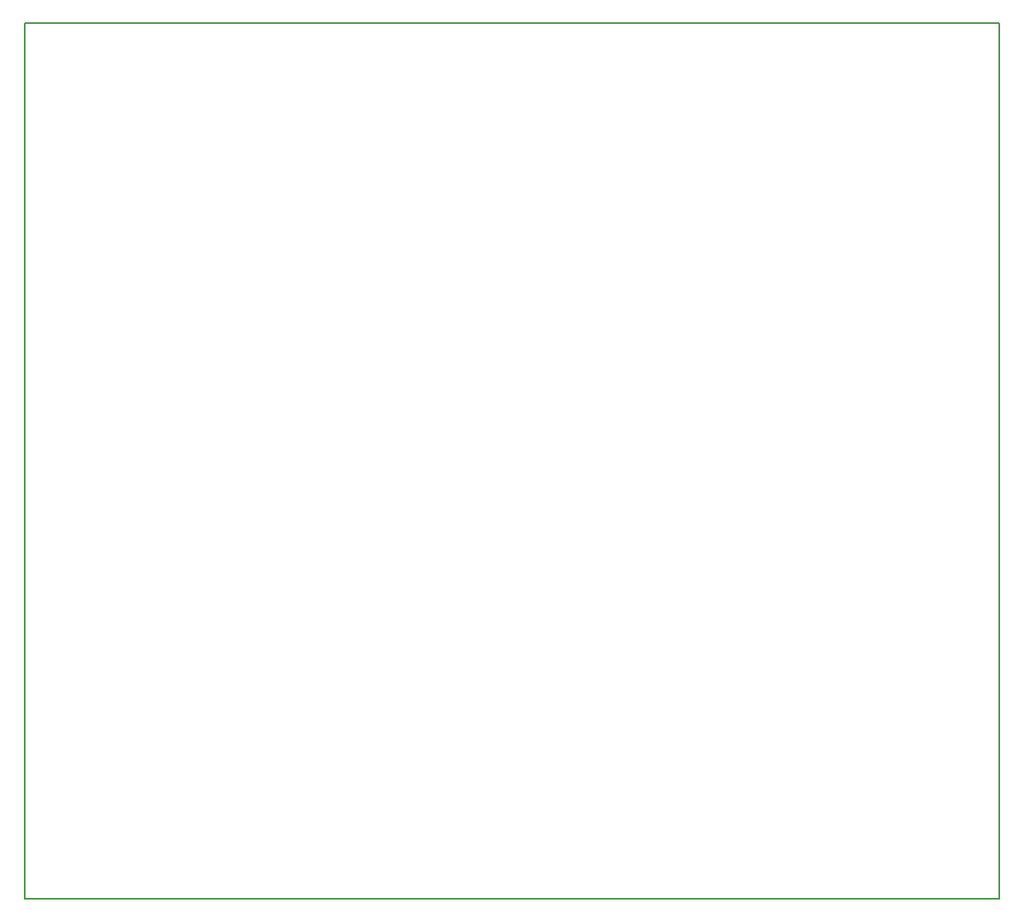
<source format=gbr>
G04 DipTrace 2.1.0.5*
%INBoardOutline.gbr*%
%MOIN*%
%ADD10C,0.0098*%
%ADD11C,0.0055*%
%ADD12C,0.003*%
%ADD13C,0.0173*%
%ADD14C,0.04*%
%ADD15C,0.017*%
%ADD16C,0.01*%
%ADD17C,0.013*%
%ADD18C,0.0236*%
%ADD19C,0.015*%
%ADD20C,0.08*%
%ADD21R,0.0709X0.0669*%
%ADD22R,0.06X0.056*%
%ADD23R,0.056X0.06*%
%ADD24R,0.02X0.1181*%
%ADD25R,0.0295X0.1772*%
%ADD26R,0.1181X0.02*%
%ADD27R,0.0512X0.0335*%
%ADD28R,0.0906X0.0906*%
%ADD29R,0.07X0.03*%
%ADD30O,0.07X0.03*%
%ADD31C,0.09*%
%ADD32R,0.0394X0.0984*%
%ADD33C,0.0187*%
%ADD34R,0.0709X0.0197*%
%ADD35R,0.0197X0.0709*%
%ADD36R,0.059X0.059*%
%ADD37C,0.059*%
%ADD38R,0.0961X0.0445*%
%ADD39R,0.06X0.06*%
%ADD40C,0.06*%
%ADD41R,0.118X0.217*%
%ADD42R,0.1024X0.0551*%
%ADD43R,0.032X0.032*%
%ADD44R,0.0512X0.0591*%
%ADD45C,0.065*%
%ADD46C,0.118*%
%ADD47C,0.059*%
%ADD48R,0.0866X0.0236*%
%ADD49R,0.0925X0.0236*%
%ADD50R,0.0768X0.0236*%
%ADD51R,0.0394X0.063*%
%ADD52R,0.2165X0.2126*%
%ADD53R,0.2165X0.0787*%
%ADD54C,0.0866*%
%ADD55R,0.0315X0.0591*%
%ADD56R,0.0315X0.0787*%
%ADD57C,0.03*%
%ADD58C,0.02*%
%ADD59C,0.126*%
%ADD60C,0.118*%
%ADD61C,0.05*%
%ADD62C,0.035*%
%ADD63C,0.063*%
%ADD64C,0.008*%
%ADD65C,0.038*%
%ADD66C,0.022*%
%ADD67C,0.048*%
%ADD68C,0.032*%
%ADD69R,0.0395X0.0868*%
%ADD70R,0.0235X0.0707*%
%ADD71R,0.0395X0.0671*%
%ADD72R,0.0235X0.051*%
%ADD73C,0.0946*%
%ADD74C,0.0786*%
%ADD75R,0.2246X0.0868*%
%ADD76R,0.2085X0.0707*%
%ADD77R,0.2246X0.2206*%
%ADD78R,0.2085X0.2046*%
%ADD79R,0.0474X0.071*%
%ADD80R,0.0313X0.055*%
%ADD81R,0.0848X0.0317*%
%ADD82R,0.0687X0.0156*%
%ADD83R,0.1006X0.0317*%
%ADD84R,0.0845X0.0156*%
%ADD85R,0.0946X0.0317*%
%ADD86R,0.0786X0.0156*%
%ADD87C,0.067*%
%ADD88C,0.051*%
%ADD89C,0.126*%
%ADD90C,0.11*%
%ADD91C,0.073*%
%ADD92C,0.057*%
%ADD93R,0.0592X0.0671*%
%ADD94R,0.0431X0.051*%
%ADD95R,0.04X0.04*%
%ADD96R,0.024X0.024*%
%ADD97R,0.1104X0.0631*%
%ADD98R,0.0943X0.0471*%
%ADD99R,0.126X0.225*%
%ADD100R,0.11X0.209*%
%ADD101C,0.068*%
%ADD102C,0.052*%
%ADD103R,0.068X0.068*%
%ADD104R,0.052X0.052*%
%ADD105R,0.1041X0.0525*%
%ADD106R,0.088X0.0365*%
%ADD107C,0.067*%
%ADD108C,0.051*%
%ADD109R,0.067X0.067*%
%ADD110R,0.051X0.051*%
%ADD111R,0.0277X0.0789*%
%ADD112R,0.0117X0.0628*%
%ADD113R,0.0789X0.0277*%
%ADD114R,0.0628X0.0117*%
%ADD115R,0.0474X0.1065*%
%ADD116R,0.0313X0.0904*%
%ADD117C,0.098*%
%ADD118C,0.082*%
%ADD119O,0.078X0.038*%
%ADD120O,0.062X0.022*%
%ADD121R,0.078X0.038*%
%ADD122R,0.062X0.022*%
%ADD123R,0.0986X0.0986*%
%ADD124R,0.0825X0.0825*%
%ADD125R,0.0592X0.0415*%
%ADD126R,0.0431X0.0254*%
%ADD127R,0.1261X0.028*%
%ADD128R,0.1101X0.012*%
%ADD129R,0.0376X0.1852*%
%ADD130R,0.0215X0.1691*%
%ADD131R,0.028X0.1261*%
%ADD132R,0.012X0.1101*%
%ADD133R,0.064X0.068*%
%ADD134R,0.048X0.052*%
%ADD135R,0.068X0.064*%
%ADD136R,0.052X0.048*%
%ADD137R,0.0789X0.075*%
%ADD138R,0.0628X0.0589*%
%ADD139C,0.0093*%
%ADD140C,0.0154*%
%ADD141C,0.0124*%
%FSLAX44Y44*%
%SFA1B1*%
%OFA0B0*%
G04*
G70*
G90*
G75*
G01*
%LNBoardOutline*%
%LPD*%
D2*
D11*
X39370D1*
Y35433D1*
X0D1*
Y0D1*
M02*

</source>
